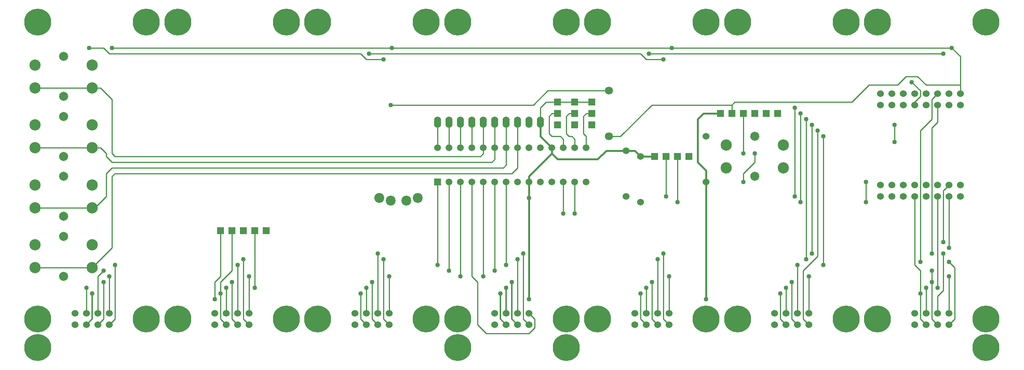
<source format=gbr>
G04 DesignSpark PCB Gerber Version 11.0 Build 5877*
G04 #@! TF.Part,Single*
G04 #@! TF.FileFunction,Copper,L1,Top*
G04 #@! TF.FilePolarity,Positive*
%FSLAX35Y35*%
%MOIN*%
G04 #@! TA.AperFunction,ComponentPad*
%ADD146O,0.06000X0.10000*%
%ADD144R,0.05900X0.05900*%
%ADD113R,0.06000X0.06000*%
G04 #@! TD.AperFunction*
%ADD70C,0.01000*%
%ADD109C,0.01181*%
%ADD107C,0.01575*%
G04 #@! TA.AperFunction,ViaPad*
%ADD108C,0.04000*%
G04 #@! TA.AperFunction,ComponentPad*
%ADD145C,0.05900*%
%ADD21C,0.06000*%
%ADD148C,0.07087*%
G04 #@! TA.AperFunction,WasherPad*
%ADD111C,0.07874*%
G04 #@! TA.AperFunction,ComponentPad*
%ADD147C,0.08661*%
%ADD112C,0.09843*%
G04 #@! TA.AperFunction,WasherPad*
%ADD110C,0.23622*%
G04 #@! TD.AperFunction*
X0Y0D02*
D02*
D70*
X60600Y70600D02*
Y48100D01*
X65600Y88100D02*
X15600D01*
X65600Y140600D02*
X15600D01*
X65600Y193100D02*
X15600D01*
X65600Y245600D02*
X15600D01*
X65600D02*
X73100D01*
X83100Y235600D01*
Y188100D01*
X85600Y185600D01*
X405600D01*
X408100Y188100D01*
Y193100D01*
X70600Y48100D02*
Y80600D01*
X75600Y85600D01*
Y75600D02*
Y43100D01*
X70600Y38100D01*
X80600Y80600D02*
Y48100D01*
X85600Y90600D02*
Y43100D01*
X80600Y38100D01*
X178100Y65600D02*
Y43100D01*
X183100Y38100D01*
X178100Y120600D02*
Y80600D01*
X173100Y75600D01*
Y60600D01*
X183100Y70600D02*
Y48100D01*
X188100Y75600D02*
Y43100D01*
X193100Y38100D01*
X188100Y120600D02*
Y85600D01*
X178100Y75600D01*
Y65600D01*
X193100Y90600D02*
Y48100D01*
X198100Y95600D02*
Y43100D01*
X203100Y38100D01*
Y80600D02*
Y48100D01*
X208100Y70600D02*
Y120600D01*
X300600Y65600D02*
Y43100D01*
X305600Y38100D01*
Y70600D02*
Y48100D01*
X310600Y75600D02*
Y43100D01*
X315600Y38100D01*
Y48100D02*
Y100600D01*
X320600Y270600D02*
X305600D01*
X300600Y275600D01*
X80600D01*
X75600Y280600D01*
X63100D01*
X325600Y38100D02*
X320600Y43100D01*
Y95600D01*
X325600Y80600D02*
Y48100D01*
X328100Y280600D02*
X83100D01*
X368100Y90600D02*
Y163100D01*
Y193100D02*
Y215600D01*
X378100Y85600D02*
Y163100D01*
Y193100D02*
Y215600D01*
Y193100D02*
Y190600D01*
X388100Y80600D02*
Y163100D01*
Y193100D02*
Y215600D01*
Y193100D02*
Y190600D01*
X398100Y163100D02*
Y80600D01*
X403100Y75600D01*
Y38100D01*
X410600Y30600D01*
X448100D01*
X453100Y35600D01*
Y43100D01*
X448100Y48100D01*
X398100Y193100D02*
Y215600D01*
X408100Y80600D02*
Y163100D01*
Y193100D02*
Y215600D01*
X418100Y85600D02*
Y163100D01*
Y193100D02*
Y215600D01*
Y193100D02*
Y183100D01*
X415600Y180600D01*
X83100D01*
X78100Y185600D01*
Y188100D01*
X73100Y193100D01*
X65600D01*
X428100Y90600D02*
Y163100D01*
Y193100D02*
Y178100D01*
X425600Y175600D01*
X83100D01*
X78100Y170600D01*
Y150600D01*
X68100Y140600D01*
X65600D01*
X428100Y193100D02*
Y215600D01*
X438100Y48100D02*
Y95600D01*
Y193100D02*
Y175600D01*
X433100Y170600D01*
X85600D01*
X83100Y168100D01*
Y105600D01*
X65600Y88100D01*
X438100Y193100D02*
Y215600D01*
X448100Y38100D02*
X443100Y43100D01*
Y100600D01*
X458100Y215600D02*
Y228100D01*
X463100Y233100D01*
X473100D01*
X488100D01*
X478100Y135600D02*
Y163100D01*
Y193100D02*
Y200600D01*
X475600Y203100D01*
X468100D01*
X465600Y205600D01*
Y220600D01*
X468100Y223100D01*
X473100D01*
X488100Y163100D02*
Y135600D01*
Y193100D02*
Y200600D01*
X485600Y203100D01*
X483100D01*
X480600Y205600D01*
Y220600D01*
X483100Y223100D01*
X488100D01*
Y233100D02*
X503100D01*
X498100Y193100D02*
Y203100D01*
X495600Y205600D01*
Y220600D01*
X498100Y223100D01*
X503100D01*
X518100Y243100D02*
X464350D01*
X451850Y230600D01*
X326850D01*
X545600Y65600D02*
Y43100D01*
X550600Y38100D01*
Y70600D02*
Y48100D01*
X555600Y75600D02*
Y43100D01*
X560600Y38100D01*
Y48100D02*
Y95600D01*
X565600Y100600D02*
Y43100D01*
X570600Y38100D01*
X565600Y270600D02*
X550600D01*
X545600Y275600D01*
X308100D01*
X568100Y150600D02*
Y185600D01*
X570600Y80600D02*
Y48100D01*
X573100Y280600D02*
X328100D01*
X578100Y145600D02*
Y185600D01*
X625600Y230600D02*
X555600D01*
X528100Y203100D01*
X518100D01*
X625600Y230600D02*
Y223100D01*
X635600Y188100D02*
Y223100D01*
X645600Y188100D02*
Y180600D01*
X635600Y170600D01*
Y163100D01*
X673100Y38100D02*
X668100Y43100D01*
Y65600D01*
X673100Y70600D02*
Y48100D01*
X678100Y75600D02*
Y43100D01*
X683100Y38100D01*
X680600Y150600D02*
Y228100D01*
X683100Y48100D02*
Y90600D01*
X685600Y145600D02*
Y223100D01*
X690600Y95600D02*
Y218100D01*
X693100Y38100D02*
X688100Y43100D01*
Y85600D01*
X700600Y98100D01*
Y208100D01*
X693100Y48100D02*
Y80600D01*
X695600Y100600D02*
Y213100D01*
X705600Y203100D02*
Y90600D01*
X743100Y163100D02*
Y145600D01*
X768100Y213100D02*
Y198100D01*
X785600Y230600D02*
Y233100D01*
X790600Y238100D01*
Y243100D01*
X783100Y250600D01*
X790600Y65600D02*
Y85600D01*
X785600Y90600D01*
Y150600D01*
X795600Y38100D02*
X790600Y43100D01*
Y65600D01*
X795600Y70600D02*
Y48100D01*
X800600Y75600D02*
Y85600D01*
X805600Y38100D02*
X800600Y43100D01*
Y75600D01*
X805600Y48100D02*
Y63100D01*
X810600Y68100D01*
Y100600D01*
X805600Y150600D02*
Y70600D01*
Y230600D02*
Y215600D01*
X800600Y210600D01*
Y125600D01*
Y100600D01*
X805600Y240600D02*
X800600Y235600D01*
Y218100D01*
X790600Y208100D01*
Y93100D01*
X810600Y275600D02*
X553100D01*
X815600Y38100D02*
X820600Y43100D01*
Y88100D01*
X815600Y93100D01*
Y48100D02*
Y80600D01*
Y150600D02*
Y105600D01*
Y160600D02*
X810600Y155600D01*
Y110600D01*
X818100Y280600D02*
X573100D01*
X825600Y240600D02*
Y248100D01*
Y273100D01*
X818100Y280600D01*
X825600Y248100D02*
X795600D01*
X788100Y255600D01*
X778100D01*
X770600Y248100D01*
X745600D01*
X730600Y233100D01*
X628100D01*
X625600Y230600D01*
D02*
D21*
X50600Y38100D03*
Y48100D03*
X60600Y38100D03*
Y48100D03*
X70600Y38100D03*
Y48100D03*
X80600Y38100D03*
Y48100D03*
X173100Y38100D03*
Y48100D03*
X183100Y38100D03*
Y48100D03*
X193100Y38100D03*
Y48100D03*
X203100Y38100D03*
Y48100D03*
X295600Y38100D03*
Y48100D03*
X305600Y38100D03*
Y48100D03*
X315600Y38100D03*
Y48100D03*
X325600Y38100D03*
Y48100D03*
X418100Y38100D03*
Y48100D03*
X428100Y38100D03*
Y48100D03*
X438100Y38100D03*
Y48100D03*
X448100Y38100D03*
Y48100D03*
X533100Y150600D03*
Y190600D03*
X540600Y38100D03*
Y48100D03*
X545600Y145600D03*
Y185600D03*
X550600Y38100D03*
Y48100D03*
X560600Y38100D03*
Y48100D03*
X570600Y38100D03*
Y48100D03*
X603100Y163100D03*
Y203100D03*
X663100Y38100D03*
Y48100D03*
X673100Y38100D03*
Y48100D03*
X683100Y38100D03*
Y48100D03*
X693100Y38100D03*
Y48100D03*
X755600Y150600D03*
Y160600D03*
Y230600D03*
Y240600D03*
X765600Y150600D03*
Y160600D03*
Y230600D03*
Y240600D03*
X775600Y150600D03*
Y160600D03*
Y230600D03*
Y240600D03*
X785600Y38100D03*
Y48100D03*
Y150600D03*
Y160600D03*
Y230600D03*
Y240600D03*
X795600Y38100D03*
Y48100D03*
Y150600D03*
Y160600D03*
Y230600D03*
Y240600D03*
X805600Y38100D03*
Y48100D03*
Y150600D03*
Y160600D03*
Y230600D03*
Y240600D03*
X815600Y38100D03*
Y48100D03*
Y150600D03*
Y160600D03*
Y230600D03*
Y240600D03*
X825600Y150600D03*
Y160600D03*
Y230600D03*
Y240600D03*
D02*
D107*
X448100Y149350D02*
Y60600D01*
Y163100D02*
Y149350D01*
Y163100D02*
Y168100D01*
X453100Y173100D01*
X468100Y188100D01*
X473100Y183100D01*
X508100D01*
X515600Y190600D01*
X533100D01*
X458100Y215600D02*
Y203100D01*
X468100Y193100D01*
Y188100D01*
X453100Y173100D01*
X533100Y190600D02*
X540600D01*
X545600Y185600D01*
X558100D01*
X603100Y60600D02*
Y163100D01*
Y173100D01*
X595600Y180600D01*
Y218100D01*
X600600Y223100D01*
X615600D01*
D02*
D108*
X60600Y70600D03*
X63100Y280600D03*
X65600Y65600D03*
X75600Y75600D03*
Y85600D03*
X80600Y80600D03*
X83100Y280600D03*
X85600Y90600D03*
X173100Y60600D03*
X178100Y65600D03*
D03*
X183100Y70600D03*
X188100Y75600D03*
X193100Y90600D03*
X198100Y95600D03*
X203100Y80600D03*
X208100Y70600D03*
X300600Y65600D03*
X305600Y70600D03*
X308100Y275600D03*
X310600Y75600D03*
X315600Y100600D03*
X320600Y95600D03*
Y270600D03*
X325600Y80600D03*
X326850Y230600D03*
X328100Y280600D03*
X368100Y90600D03*
X378100Y85600D03*
X388100Y80600D03*
X408100D03*
X418100Y85600D03*
X423100Y65600D03*
X428100Y70600D03*
Y90600D03*
X433100Y75600D03*
X438100Y95600D03*
X443100Y100600D03*
X448100Y60600D03*
Y149350D03*
X478100Y135600D03*
X488100D03*
X545600Y65600D03*
X550600Y70600D03*
X553100Y275600D03*
X555600Y75600D03*
X560600Y95600D03*
X565600Y100600D03*
Y270600D03*
X568100Y150600D03*
X570600Y80600D03*
X573100Y280600D03*
X578100Y145600D03*
X603100Y60600D03*
X635600Y163100D03*
Y188100D03*
X645600D03*
X668100Y65600D03*
X673100Y70600D03*
X678100Y75600D03*
X680600Y150600D03*
Y228100D03*
X683100Y90600D03*
X685600Y145600D03*
Y223100D03*
X690600Y95600D03*
Y218100D03*
X693100Y80600D03*
X695600Y100600D03*
Y213100D03*
X700600Y208100D03*
X705600Y90600D03*
Y203100D03*
X743100Y145600D03*
Y163100D03*
X768100Y198100D03*
Y213100D03*
X783100Y250600D03*
X790600Y65600D03*
Y93100D03*
X795600Y70600D03*
X800600Y75600D03*
Y85600D03*
Y100600D03*
X805600Y70600D03*
X810600Y100600D03*
Y110600D03*
Y275600D03*
X815600Y80600D03*
Y93100D03*
Y105600D03*
X818100Y280600D03*
D02*
D109*
X65600Y65600D02*
Y43100D01*
X60600Y38100D01*
X423100Y65600D02*
Y43100D01*
X428100Y38100D01*
Y70600D02*
Y48100D01*
X433100Y75600D02*
Y43100D01*
X438100Y38100D01*
D02*
D110*
X18100Y18100D03*
Y43100D03*
Y303100D03*
X113100Y43100D03*
Y303100D03*
X140600Y43100D03*
Y303100D03*
X235600Y43100D03*
Y303100D03*
X263100Y43100D03*
Y303100D03*
X358100Y43100D03*
Y303100D03*
X385600Y18100D03*
Y43100D03*
Y303100D03*
X480600Y18100D03*
Y43100D03*
Y303100D03*
X508100Y43100D03*
Y303100D03*
X603100Y43100D03*
Y303100D03*
X630600Y43100D03*
Y303100D03*
X725600Y43100D03*
Y303100D03*
X753100Y43100D03*
Y303100D03*
X848100Y18100D03*
Y43100D03*
Y303100D03*
D02*
D111*
X40600Y80600D03*
Y115600D03*
Y133100D03*
Y168100D03*
Y185600D03*
Y220600D03*
Y238100D03*
Y273100D03*
X645600Y168100D03*
Y203100D03*
D02*
D112*
X15600Y88100D03*
Y108100D03*
Y140600D03*
Y160600D03*
Y193100D03*
Y213100D03*
Y245600D03*
Y265600D03*
X65600Y88100D03*
Y108100D03*
Y140600D03*
Y160600D03*
Y193100D03*
Y213100D03*
Y245600D03*
Y265600D03*
X620600Y175600D03*
Y195600D03*
X670600Y175600D03*
Y195600D03*
D02*
D113*
X178100Y120600D03*
X188100D03*
X198100D03*
X208100D03*
X218100D03*
X473100Y213100D03*
Y223100D03*
Y233100D03*
X488100Y213100D03*
Y223100D03*
Y233100D03*
X503100Y213100D03*
Y223100D03*
Y233100D03*
X558100Y185600D03*
X568100D03*
X578100D03*
X588100D03*
X615600Y223100D03*
X625600D03*
X635600D03*
X645600D03*
X655600D03*
X665600D03*
D02*
D144*
X368100Y163100D03*
D02*
D145*
Y193100D03*
X378100Y163100D03*
Y193100D03*
X388100Y163100D03*
Y193100D03*
X398100Y163100D03*
Y193100D03*
X408100Y163100D03*
Y193100D03*
X418100Y163100D03*
Y193100D03*
X428100Y163100D03*
Y193100D03*
X438100Y163100D03*
Y193100D03*
X448100Y163100D03*
Y193100D03*
X458100Y163100D03*
Y193100D03*
X468100Y163100D03*
Y193100D03*
X478100Y163100D03*
Y193100D03*
X488100Y163100D03*
Y193100D03*
X498100Y163100D03*
Y193100D03*
D02*
D146*
X368100Y215600D03*
X378100D03*
X388100D03*
X398100D03*
X408100D03*
X418100D03*
X428100D03*
X438100D03*
X448100D03*
X458100D03*
D02*
D147*
X316850Y149350D03*
X326850Y146850D03*
X340600D03*
X350600Y149350D03*
D02*
D148*
X518100Y203100D03*
Y243100D03*
X0Y0D02*
M02*

</source>
